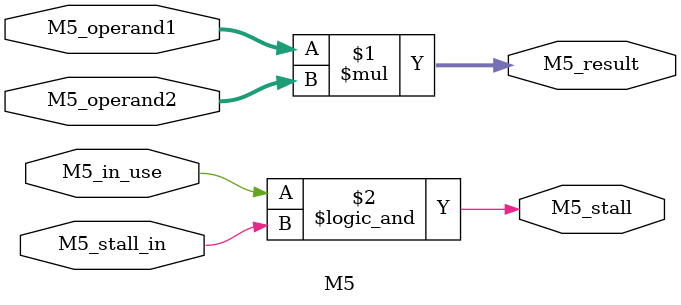
<source format=v>
module M5 #(parameter OPERAND_SIZE=32) (
    input [OPERAND_SIZE-1:0]  M5_operand1,
    input [OPERAND_SIZE-1:0]  M5_operand2,

    output [OPERAND_SIZE-1:0] M5_result,

    input M5_stall_in,
    output M5_stall,
    
    input M5_in_use);

    assign M5_result = M5_operand1 * M5_operand2;

    assign M5_stall = M5_in_use && M5_stall_in;

endmodule

</source>
